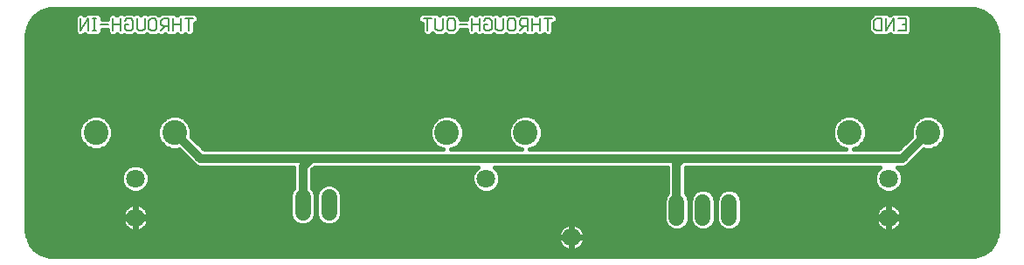
<source format=gbl>
G75*
%MOIN*%
%OFA0B0*%
%FSLAX25Y25*%
%IPPOS*%
%LPD*%
%AMOC8*
5,1,8,0,0,1.08239X$1,22.5*
%
%ADD10C,0.00500*%
%ADD11C,0.06000*%
%ADD12C,0.09449*%
%ADD13C,0.07087*%
%ADD14C,0.01600*%
%ADD15C,0.03200*%
D10*
X0039954Y0123616D02*
X0039954Y0128120D01*
X0042957Y0128120D02*
X0039954Y0123616D01*
X0042957Y0123616D02*
X0042957Y0128120D01*
X0044525Y0128120D02*
X0046026Y0128120D01*
X0045275Y0128120D02*
X0045275Y0123616D01*
X0044525Y0123616D02*
X0046026Y0123616D01*
X0052231Y0123616D02*
X0052231Y0128120D01*
X0052231Y0125868D02*
X0055234Y0125868D01*
X0056835Y0125868D02*
X0058337Y0125868D01*
X0056835Y0125868D02*
X0056835Y0124367D01*
X0057586Y0123616D01*
X0059087Y0123616D01*
X0059838Y0124367D01*
X0059838Y0127369D01*
X0059087Y0128120D01*
X0057586Y0128120D01*
X0056835Y0127369D01*
X0055234Y0128120D02*
X0055234Y0123616D01*
X0050630Y0125868D02*
X0047627Y0125868D01*
X0061439Y0124367D02*
X0062190Y0123616D01*
X0063691Y0123616D01*
X0064442Y0124367D01*
X0064442Y0128120D01*
X0066043Y0127369D02*
X0066794Y0128120D01*
X0068295Y0128120D01*
X0069046Y0127369D01*
X0069046Y0124367D01*
X0068295Y0123616D01*
X0066794Y0123616D01*
X0066043Y0124367D01*
X0066043Y0127369D01*
X0070647Y0127369D02*
X0071398Y0128120D01*
X0073650Y0128120D01*
X0073650Y0123616D01*
X0073650Y0125117D02*
X0071398Y0125117D01*
X0070647Y0125868D01*
X0070647Y0127369D01*
X0072148Y0125117D02*
X0070647Y0123616D01*
X0075251Y0123616D02*
X0075251Y0128120D01*
X0075251Y0125868D02*
X0078254Y0125868D01*
X0078254Y0123616D02*
X0078254Y0128120D01*
X0079855Y0128120D02*
X0082857Y0128120D01*
X0081356Y0128120D02*
X0081356Y0123616D01*
X0061439Y0124367D02*
X0061439Y0128120D01*
X0170743Y0128120D02*
X0173746Y0128120D01*
X0172245Y0128120D02*
X0172245Y0123616D01*
X0175347Y0124367D02*
X0175347Y0128120D01*
X0178350Y0128120D02*
X0178350Y0124367D01*
X0177599Y0123616D01*
X0176098Y0123616D01*
X0175347Y0124367D01*
X0179951Y0124367D02*
X0179951Y0127369D01*
X0180702Y0128120D01*
X0182203Y0128120D01*
X0182954Y0127369D01*
X0182954Y0124367D01*
X0182203Y0123616D01*
X0180702Y0123616D01*
X0179951Y0124367D01*
X0184555Y0125868D02*
X0187558Y0125868D01*
X0189159Y0125868D02*
X0192161Y0125868D01*
X0193763Y0125868D02*
X0193763Y0124367D01*
X0194513Y0123616D01*
X0196015Y0123616D01*
X0196765Y0124367D01*
X0196765Y0127369D01*
X0196015Y0128120D01*
X0194513Y0128120D01*
X0193763Y0127369D01*
X0193763Y0125868D02*
X0195264Y0125868D01*
X0198367Y0124367D02*
X0198367Y0128120D01*
X0201369Y0128120D02*
X0201369Y0124367D01*
X0200619Y0123616D01*
X0199117Y0123616D01*
X0198367Y0124367D01*
X0202971Y0124367D02*
X0203721Y0123616D01*
X0205223Y0123616D01*
X0205973Y0124367D01*
X0205973Y0127369D01*
X0205223Y0128120D01*
X0203721Y0128120D01*
X0202971Y0127369D01*
X0202971Y0124367D01*
X0207575Y0123616D02*
X0209076Y0125117D01*
X0208325Y0125117D02*
X0210577Y0125117D01*
X0210577Y0123616D02*
X0210577Y0128120D01*
X0208325Y0128120D01*
X0207575Y0127369D01*
X0207575Y0125868D01*
X0208325Y0125117D01*
X0212179Y0125868D02*
X0215181Y0125868D01*
X0215181Y0123616D02*
X0215181Y0128120D01*
X0216782Y0128120D02*
X0219785Y0128120D01*
X0218284Y0128120D02*
X0218284Y0123616D01*
X0212179Y0123616D02*
X0212179Y0128120D01*
X0192161Y0128120D02*
X0192161Y0123616D01*
X0189159Y0123616D02*
X0189159Y0128120D01*
X0342702Y0127369D02*
X0342702Y0124367D01*
X0343453Y0123616D01*
X0345705Y0123616D01*
X0345705Y0128120D01*
X0343453Y0128120D01*
X0342702Y0127369D01*
X0347306Y0128120D02*
X0347306Y0123616D01*
X0350309Y0128120D01*
X0350309Y0123616D01*
X0351910Y0123616D02*
X0354913Y0123616D01*
X0354913Y0128120D01*
X0351910Y0128120D01*
X0353411Y0125868D02*
X0354913Y0125868D01*
D11*
X0287391Y0058000D02*
X0287391Y0052000D01*
X0277391Y0052000D02*
X0277391Y0058000D01*
X0267391Y0058000D02*
X0267391Y0052000D01*
X0134753Y0053969D02*
X0134753Y0059969D01*
X0124753Y0059969D02*
X0124753Y0053969D01*
D12*
X0075855Y0084528D03*
X0045855Y0084528D03*
X0179713Y0084528D03*
X0209713Y0084528D03*
X0333257Y0084528D03*
X0363257Y0084528D03*
D13*
X0348257Y0067008D03*
X0348257Y0052047D03*
X0227194Y0044528D03*
X0194713Y0067008D03*
X0060855Y0067008D03*
X0060855Y0052047D03*
D14*
X0027791Y0037223D02*
X0024807Y0038192D01*
X0022269Y0040036D01*
X0020425Y0042574D01*
X0019456Y0045557D01*
X0019332Y0047126D01*
X0019332Y0121929D01*
X0019456Y0123498D01*
X0020425Y0126481D01*
X0022269Y0129019D01*
X0024807Y0130863D01*
X0027791Y0131832D01*
X0029359Y0131956D01*
X0030098Y0131956D01*
X0379753Y0131956D01*
X0381321Y0131832D01*
X0384305Y0130863D01*
X0386843Y0129019D01*
X0388687Y0126481D01*
X0389656Y0123498D01*
X0389780Y0121929D01*
X0389780Y0047126D01*
X0389656Y0045557D01*
X0388687Y0042574D01*
X0386843Y0040036D01*
X0384305Y0038192D01*
X0381321Y0037223D01*
X0379753Y0037099D01*
X0029359Y0037099D01*
X0027791Y0037223D01*
X0024367Y0038512D02*
X0384745Y0038512D01*
X0386897Y0040110D02*
X0229826Y0040110D01*
X0229883Y0040139D02*
X0230536Y0040614D01*
X0231107Y0041185D01*
X0231582Y0041838D01*
X0231948Y0042558D01*
X0232198Y0043326D01*
X0232324Y0044124D01*
X0232324Y0044146D01*
X0227575Y0044146D01*
X0227575Y0039397D01*
X0227597Y0039397D01*
X0228395Y0039523D01*
X0229163Y0039773D01*
X0229883Y0040139D01*
X0231488Y0041709D02*
X0388058Y0041709D01*
X0388925Y0043308D02*
X0232192Y0043308D01*
X0232324Y0044909D02*
X0227575Y0044909D01*
X0226813Y0044909D01*
X0226813Y0049658D01*
X0226790Y0049658D01*
X0225992Y0049532D01*
X0225224Y0049282D01*
X0224505Y0048916D01*
X0223851Y0048441D01*
X0223280Y0047870D01*
X0222806Y0047217D01*
X0222439Y0046497D01*
X0222189Y0045729D01*
X0222063Y0044931D01*
X0222063Y0044909D01*
X0226813Y0044909D01*
X0226813Y0044146D01*
X0227575Y0044146D01*
X0227575Y0044909D01*
X0227575Y0049658D01*
X0227597Y0049658D01*
X0228395Y0049532D01*
X0229163Y0049282D01*
X0229883Y0048916D01*
X0230536Y0048441D01*
X0231107Y0047870D01*
X0231582Y0047217D01*
X0231948Y0046497D01*
X0232198Y0045729D01*
X0232324Y0044931D01*
X0232324Y0044909D01*
X0231945Y0046505D02*
X0389731Y0046505D01*
X0389780Y0048103D02*
X0351557Y0048103D01*
X0351599Y0048134D02*
X0352170Y0048705D01*
X0352645Y0049358D01*
X0353011Y0050078D01*
X0353261Y0050846D01*
X0353387Y0051643D01*
X0353387Y0051666D01*
X0348638Y0051666D01*
X0348638Y0052428D01*
X0353387Y0052428D01*
X0353387Y0052451D01*
X0353261Y0053249D01*
X0353011Y0054017D01*
X0352645Y0054736D01*
X0352170Y0055390D01*
X0351599Y0055961D01*
X0350946Y0056435D01*
X0350226Y0056802D01*
X0349458Y0057052D01*
X0348660Y0057178D01*
X0348638Y0057178D01*
X0348638Y0052428D01*
X0347876Y0052428D01*
X0347876Y0051666D01*
X0348638Y0051666D01*
X0348638Y0046917D01*
X0348660Y0046917D01*
X0349458Y0047043D01*
X0350226Y0047292D01*
X0350946Y0047659D01*
X0351599Y0048134D01*
X0352820Y0049702D02*
X0389780Y0049702D01*
X0389780Y0051300D02*
X0353333Y0051300D01*
X0353317Y0052899D02*
X0389780Y0052899D01*
X0389780Y0054497D02*
X0352767Y0054497D01*
X0351413Y0056096D02*
X0389780Y0056096D01*
X0389780Y0057694D02*
X0292191Y0057694D01*
X0292191Y0058955D02*
X0291460Y0060719D01*
X0290110Y0062069D01*
X0288345Y0062800D01*
X0286436Y0062800D01*
X0284672Y0062069D01*
X0283321Y0060719D01*
X0282591Y0058955D01*
X0282591Y0051045D01*
X0283321Y0049281D01*
X0284672Y0047931D01*
X0286436Y0047200D01*
X0288345Y0047200D01*
X0290110Y0047931D01*
X0291460Y0049281D01*
X0292191Y0051045D01*
X0292191Y0058955D01*
X0292051Y0059293D02*
X0389780Y0059293D01*
X0389780Y0060891D02*
X0291288Y0060891D01*
X0289095Y0062490D02*
X0345218Y0062490D01*
X0345230Y0062478D02*
X0347194Y0061665D01*
X0349320Y0061665D01*
X0351283Y0062478D01*
X0352787Y0063981D01*
X0353600Y0065945D01*
X0353600Y0068071D01*
X0352787Y0070035D01*
X0351536Y0071285D01*
X0354090Y0071285D01*
X0355340Y0071803D01*
X0356297Y0072759D01*
X0361663Y0078126D01*
X0361959Y0078003D01*
X0364554Y0078003D01*
X0366952Y0078996D01*
X0368788Y0080832D01*
X0369781Y0083230D01*
X0369781Y0085825D01*
X0368788Y0088223D01*
X0366952Y0090059D01*
X0364554Y0091052D01*
X0361959Y0091052D01*
X0359561Y0090059D01*
X0357726Y0088223D01*
X0356732Y0085825D01*
X0356732Y0083230D01*
X0356855Y0082934D01*
X0352006Y0078085D01*
X0334752Y0078085D01*
X0336952Y0078996D01*
X0338788Y0080832D01*
X0339781Y0083230D01*
X0339781Y0085825D01*
X0338788Y0088223D01*
X0336952Y0090059D01*
X0334554Y0091052D01*
X0331959Y0091052D01*
X0329561Y0090059D01*
X0327726Y0088223D01*
X0326732Y0085825D01*
X0326732Y0083230D01*
X0327726Y0080832D01*
X0329561Y0078996D01*
X0331761Y0078085D01*
X0211209Y0078085D01*
X0213409Y0078996D01*
X0215245Y0080832D01*
X0216238Y0083230D01*
X0216238Y0085825D01*
X0215245Y0088223D01*
X0213409Y0090059D01*
X0211011Y0091052D01*
X0208416Y0091052D01*
X0206018Y0090059D01*
X0204182Y0088223D01*
X0203189Y0085825D01*
X0203189Y0083230D01*
X0204182Y0080832D01*
X0206018Y0078996D01*
X0208218Y0078085D01*
X0181209Y0078085D01*
X0183409Y0078996D01*
X0185245Y0080832D01*
X0186238Y0083230D01*
X0186238Y0085825D01*
X0185245Y0088223D01*
X0183409Y0090059D01*
X0181011Y0091052D01*
X0178416Y0091052D01*
X0176018Y0090059D01*
X0174182Y0088223D01*
X0173189Y0085825D01*
X0173189Y0083230D01*
X0174182Y0080832D01*
X0176018Y0078996D01*
X0178218Y0078085D01*
X0087106Y0078085D01*
X0082257Y0082934D01*
X0082380Y0083230D01*
X0082380Y0085825D01*
X0081386Y0088223D01*
X0079551Y0090059D01*
X0077153Y0091052D01*
X0074557Y0091052D01*
X0072159Y0090059D01*
X0070324Y0088223D01*
X0069331Y0085825D01*
X0069331Y0083230D01*
X0070324Y0080832D01*
X0072159Y0078996D01*
X0074557Y0078003D01*
X0077153Y0078003D01*
X0077449Y0078126D01*
X0082815Y0072759D01*
X0083772Y0071803D01*
X0085021Y0071285D01*
X0121353Y0071285D01*
X0121353Y0063357D01*
X0120684Y0062687D01*
X0119953Y0060923D01*
X0119953Y0053014D01*
X0120684Y0051250D01*
X0122034Y0049899D01*
X0123798Y0049169D01*
X0125708Y0049169D01*
X0127472Y0049899D01*
X0128822Y0051250D01*
X0129553Y0053014D01*
X0129553Y0060923D01*
X0128822Y0062687D01*
X0128153Y0063357D01*
X0128153Y0070245D01*
X0129193Y0071285D01*
X0191434Y0071285D01*
X0190184Y0070035D01*
X0189370Y0068071D01*
X0189370Y0065945D01*
X0190184Y0063981D01*
X0191687Y0062478D01*
X0193651Y0061665D01*
X0195776Y0061665D01*
X0197740Y0062478D01*
X0199243Y0063981D01*
X0200057Y0065945D01*
X0200057Y0068071D01*
X0199243Y0070035D01*
X0197993Y0071285D01*
X0263991Y0071285D01*
X0263991Y0061388D01*
X0263321Y0060719D01*
X0262591Y0058955D01*
X0262591Y0051045D01*
X0263321Y0049281D01*
X0264672Y0047931D01*
X0266436Y0047200D01*
X0268345Y0047200D01*
X0270110Y0047931D01*
X0271460Y0049281D01*
X0272191Y0051045D01*
X0272191Y0058955D01*
X0271460Y0060719D01*
X0270791Y0061388D01*
X0270791Y0071151D01*
X0270925Y0071285D01*
X0344977Y0071285D01*
X0343727Y0070035D01*
X0342913Y0068071D01*
X0342913Y0065945D01*
X0343727Y0063981D01*
X0345230Y0062478D01*
X0343683Y0064088D02*
X0270791Y0064088D01*
X0270791Y0062490D02*
X0275687Y0062490D01*
X0276436Y0062800D02*
X0274672Y0062069D01*
X0273321Y0060719D01*
X0272591Y0058955D01*
X0272591Y0051045D01*
X0273321Y0049281D01*
X0274672Y0047931D01*
X0276436Y0047200D01*
X0278345Y0047200D01*
X0280110Y0047931D01*
X0281460Y0049281D01*
X0282191Y0051045D01*
X0282191Y0058955D01*
X0281460Y0060719D01*
X0280110Y0062069D01*
X0278345Y0062800D01*
X0276436Y0062800D01*
X0279095Y0062490D02*
X0285687Y0062490D01*
X0283493Y0060891D02*
X0281288Y0060891D01*
X0282051Y0059293D02*
X0282730Y0059293D01*
X0282591Y0057694D02*
X0282191Y0057694D01*
X0282191Y0056096D02*
X0282591Y0056096D01*
X0282591Y0054497D02*
X0282191Y0054497D01*
X0282191Y0052899D02*
X0282591Y0052899D01*
X0282591Y0051300D02*
X0282191Y0051300D01*
X0281634Y0049702D02*
X0283147Y0049702D01*
X0284499Y0048103D02*
X0280282Y0048103D01*
X0274499Y0048103D02*
X0270282Y0048103D01*
X0271634Y0049702D02*
X0273147Y0049702D01*
X0272591Y0051300D02*
X0272191Y0051300D01*
X0272191Y0052899D02*
X0272591Y0052899D01*
X0272591Y0054497D02*
X0272191Y0054497D01*
X0272191Y0056096D02*
X0272591Y0056096D01*
X0272591Y0057694D02*
X0272191Y0057694D01*
X0272051Y0059293D02*
X0272730Y0059293D01*
X0273493Y0060891D02*
X0271288Y0060891D01*
X0263991Y0062490D02*
X0197752Y0062490D01*
X0199288Y0064088D02*
X0263991Y0064088D01*
X0263991Y0065687D02*
X0199950Y0065687D01*
X0200057Y0067285D02*
X0263991Y0067285D01*
X0263991Y0068884D02*
X0199720Y0068884D01*
X0198796Y0070482D02*
X0263991Y0070482D01*
X0270791Y0070482D02*
X0344174Y0070482D01*
X0343250Y0068884D02*
X0270791Y0068884D01*
X0270791Y0067285D02*
X0342913Y0067285D01*
X0343020Y0065687D02*
X0270791Y0065687D01*
X0263493Y0060891D02*
X0139553Y0060891D01*
X0139553Y0060923D02*
X0138822Y0062687D01*
X0137472Y0064038D01*
X0135708Y0064768D01*
X0133798Y0064768D01*
X0132034Y0064038D01*
X0130684Y0062687D01*
X0129953Y0060923D01*
X0129953Y0053014D01*
X0130684Y0051250D01*
X0132034Y0049899D01*
X0133798Y0049169D01*
X0135708Y0049169D01*
X0137472Y0049899D01*
X0138822Y0051250D01*
X0139553Y0053014D01*
X0139553Y0060923D01*
X0139553Y0059293D02*
X0262730Y0059293D01*
X0262591Y0057694D02*
X0139553Y0057694D01*
X0139553Y0056096D02*
X0262591Y0056096D01*
X0262591Y0054497D02*
X0139553Y0054497D01*
X0139505Y0052899D02*
X0262591Y0052899D01*
X0262591Y0051300D02*
X0138843Y0051300D01*
X0136994Y0049702D02*
X0263147Y0049702D01*
X0264499Y0048103D02*
X0230874Y0048103D01*
X0227575Y0048103D02*
X0226813Y0048103D01*
X0226813Y0046505D02*
X0227575Y0046505D01*
X0227575Y0044906D02*
X0389444Y0044906D01*
X0389780Y0062490D02*
X0351295Y0062490D01*
X0352831Y0064088D02*
X0389780Y0064088D01*
X0389780Y0065687D02*
X0353493Y0065687D01*
X0353600Y0067285D02*
X0389780Y0067285D01*
X0389780Y0068884D02*
X0353263Y0068884D01*
X0352339Y0070482D02*
X0389780Y0070482D01*
X0389780Y0072081D02*
X0355618Y0072081D01*
X0357217Y0073679D02*
X0389780Y0073679D01*
X0389780Y0075278D02*
X0358815Y0075278D01*
X0360414Y0076876D02*
X0389780Y0076876D01*
X0389780Y0078475D02*
X0365693Y0078475D01*
X0368029Y0080073D02*
X0389780Y0080073D01*
X0389780Y0081672D02*
X0369136Y0081672D01*
X0369781Y0083270D02*
X0389780Y0083270D01*
X0389780Y0084869D02*
X0369781Y0084869D01*
X0369515Y0086467D02*
X0389780Y0086467D01*
X0389780Y0088066D02*
X0368853Y0088066D01*
X0367347Y0089664D02*
X0389780Y0089664D01*
X0389780Y0091263D02*
X0019332Y0091263D01*
X0019332Y0092861D02*
X0389780Y0092861D01*
X0389780Y0094460D02*
X0019332Y0094460D01*
X0019332Y0096058D02*
X0389780Y0096058D01*
X0389780Y0097657D02*
X0019332Y0097657D01*
X0019332Y0099255D02*
X0389780Y0099255D01*
X0389780Y0100854D02*
X0019332Y0100854D01*
X0019332Y0102452D02*
X0389780Y0102452D01*
X0389780Y0104051D02*
X0019332Y0104051D01*
X0019332Y0105649D02*
X0389780Y0105649D01*
X0389780Y0107248D02*
X0019332Y0107248D01*
X0019332Y0108846D02*
X0389780Y0108846D01*
X0389780Y0110445D02*
X0019332Y0110445D01*
X0019332Y0112044D02*
X0389780Y0112044D01*
X0389780Y0113642D02*
X0019332Y0113642D01*
X0019332Y0115241D02*
X0389780Y0115241D01*
X0389780Y0116839D02*
X0019332Y0116839D01*
X0019332Y0118438D02*
X0389780Y0118438D01*
X0389780Y0120036D02*
X0019332Y0120036D01*
X0019332Y0121635D02*
X0039037Y0121635D01*
X0039105Y0121566D02*
X0039334Y0121566D01*
X0039524Y0121439D01*
X0040157Y0121566D01*
X0040803Y0121566D01*
X0040965Y0121728D01*
X0041189Y0121772D01*
X0041474Y0122200D01*
X0042108Y0121566D01*
X0046875Y0121566D01*
X0048076Y0122767D01*
X0048076Y0123818D01*
X0050181Y0123818D01*
X0050181Y0122767D01*
X0051382Y0121566D01*
X0053080Y0121566D01*
X0053733Y0122218D01*
X0054385Y0121566D01*
X0056083Y0121566D01*
X0056410Y0121893D01*
X0056737Y0121566D01*
X0059936Y0121566D01*
X0060639Y0122268D01*
X0061341Y0121566D01*
X0064540Y0121566D01*
X0065242Y0122268D01*
X0065945Y0121566D01*
X0069144Y0121566D01*
X0069471Y0121893D01*
X0069798Y0121566D01*
X0071496Y0121566D01*
X0072148Y0122218D01*
X0072800Y0121566D01*
X0076100Y0121566D01*
X0076752Y0122218D01*
X0077404Y0121566D01*
X0079103Y0121566D01*
X0079805Y0122268D01*
X0080507Y0121566D01*
X0082205Y0121566D01*
X0083406Y0122767D01*
X0083406Y0126070D01*
X0083707Y0126070D01*
X0084907Y0127271D01*
X0084907Y0128969D01*
X0083707Y0130170D01*
X0077404Y0130170D01*
X0076752Y0129518D01*
X0076100Y0130170D01*
X0070549Y0130170D01*
X0069846Y0129468D01*
X0069144Y0130170D01*
X0065945Y0130170D01*
X0065618Y0129843D01*
X0065291Y0130170D01*
X0063593Y0130170D01*
X0062940Y0129518D01*
X0062288Y0130170D01*
X0060590Y0130170D01*
X0060263Y0129843D01*
X0059936Y0130170D01*
X0056737Y0130170D01*
X0056410Y0129843D01*
X0056083Y0130170D01*
X0054385Y0130170D01*
X0053733Y0129518D01*
X0053080Y0130170D01*
X0051382Y0130170D01*
X0050181Y0128969D01*
X0050181Y0127918D01*
X0048076Y0127918D01*
X0048076Y0128969D01*
X0046875Y0130170D01*
X0043577Y0130170D01*
X0043387Y0130297D01*
X0042754Y0130170D01*
X0042108Y0130170D01*
X0041946Y0130008D01*
X0041722Y0129964D01*
X0041437Y0129536D01*
X0040803Y0130170D01*
X0039105Y0130170D01*
X0037904Y0128969D01*
X0037904Y0124237D01*
X0037778Y0124047D01*
X0037904Y0123413D01*
X0037904Y0122767D01*
X0038066Y0122605D01*
X0038111Y0122381D01*
X0038648Y0122023D01*
X0039105Y0121566D01*
X0040872Y0121635D02*
X0042039Y0121635D01*
X0037904Y0123233D02*
X0019435Y0123233D01*
X0019889Y0124832D02*
X0037904Y0124832D01*
X0037904Y0126430D02*
X0020409Y0126430D01*
X0021549Y0128029D02*
X0037904Y0128029D01*
X0038562Y0129627D02*
X0023106Y0129627D01*
X0025923Y0131226D02*
X0383189Y0131226D01*
X0386006Y0129627D02*
X0356305Y0129627D01*
X0355762Y0130170D02*
X0356963Y0128969D01*
X0356963Y0122767D01*
X0355762Y0121566D01*
X0349460Y0121566D01*
X0348826Y0122200D01*
X0348541Y0121772D01*
X0348317Y0121728D01*
X0348155Y0121566D01*
X0347509Y0121566D01*
X0346875Y0121439D01*
X0346685Y0121566D01*
X0342604Y0121566D01*
X0341853Y0122317D01*
X0340652Y0123518D01*
X0340652Y0128218D01*
X0341403Y0128969D01*
X0342604Y0130170D01*
X0348155Y0130170D01*
X0348789Y0129536D01*
X0349074Y0129964D01*
X0349298Y0130008D01*
X0349460Y0130170D01*
X0350106Y0130170D01*
X0350739Y0130297D01*
X0350929Y0130170D01*
X0355762Y0130170D01*
X0356963Y0128029D02*
X0387562Y0128029D01*
X0388703Y0126430D02*
X0356963Y0126430D01*
X0356963Y0124832D02*
X0389223Y0124832D01*
X0389677Y0123233D02*
X0356963Y0123233D01*
X0355830Y0121635D02*
X0389780Y0121635D01*
X0349391Y0121635D02*
X0348224Y0121635D01*
X0342535Y0121635D02*
X0219201Y0121635D01*
X0219133Y0121566D02*
X0220334Y0122767D01*
X0220334Y0126070D01*
X0220634Y0126070D01*
X0221835Y0127271D01*
X0221835Y0128969D01*
X0220634Y0130170D01*
X0214332Y0130170D01*
X0213680Y0129518D01*
X0213028Y0130170D01*
X0207476Y0130170D01*
X0206774Y0129468D01*
X0206072Y0130170D01*
X0202872Y0130170D01*
X0202545Y0129843D01*
X0202218Y0130170D01*
X0200520Y0130170D01*
X0199868Y0129518D01*
X0199216Y0130170D01*
X0197518Y0130170D01*
X0197191Y0129843D01*
X0196864Y0130170D01*
X0193664Y0130170D01*
X0193337Y0129843D01*
X0193011Y0130170D01*
X0191312Y0130170D01*
X0190660Y0129518D01*
X0190008Y0130170D01*
X0188310Y0130170D01*
X0187109Y0128969D01*
X0187109Y0127918D01*
X0185004Y0127918D01*
X0185004Y0128218D01*
X0183803Y0129419D01*
X0183052Y0130170D01*
X0179853Y0130170D01*
X0179526Y0129843D01*
X0179199Y0130170D01*
X0177501Y0130170D01*
X0176848Y0129518D01*
X0176196Y0130170D01*
X0169894Y0130170D01*
X0168693Y0128969D01*
X0168693Y0127271D01*
X0169894Y0126070D01*
X0170195Y0126070D01*
X0170195Y0122767D01*
X0171395Y0121566D01*
X0173094Y0121566D01*
X0174171Y0122644D01*
X0174498Y0122317D01*
X0175249Y0121566D01*
X0178448Y0121566D01*
X0179150Y0122268D01*
X0179853Y0121566D01*
X0183052Y0121566D01*
X0184253Y0122767D01*
X0185004Y0123518D01*
X0185004Y0123818D01*
X0187109Y0123818D01*
X0187109Y0122767D01*
X0188310Y0121566D01*
X0190008Y0121566D01*
X0190660Y0122218D01*
X0191312Y0121566D01*
X0193011Y0121566D01*
X0193337Y0121893D01*
X0193664Y0121566D01*
X0196864Y0121566D01*
X0197566Y0122268D01*
X0198268Y0121566D01*
X0201468Y0121566D01*
X0202170Y0122268D01*
X0202872Y0121566D01*
X0206072Y0121566D01*
X0206399Y0121893D01*
X0206725Y0121566D01*
X0208424Y0121566D01*
X0209076Y0122218D01*
X0209728Y0121566D01*
X0213028Y0121566D01*
X0213680Y0122218D01*
X0214332Y0121566D01*
X0216030Y0121566D01*
X0216732Y0122268D01*
X0217435Y0121566D01*
X0219133Y0121566D01*
X0217366Y0121635D02*
X0216099Y0121635D01*
X0214264Y0121635D02*
X0213096Y0121635D01*
X0209660Y0121635D02*
X0208492Y0121635D01*
X0206657Y0121635D02*
X0206140Y0121635D01*
X0202804Y0121635D02*
X0201536Y0121635D01*
X0198200Y0121635D02*
X0196932Y0121635D01*
X0193596Y0121635D02*
X0193079Y0121635D01*
X0191244Y0121635D02*
X0190076Y0121635D01*
X0188241Y0121635D02*
X0183121Y0121635D01*
X0184719Y0123233D02*
X0187109Y0123233D01*
X0179784Y0121635D02*
X0178517Y0121635D01*
X0175180Y0121635D02*
X0173162Y0121635D01*
X0171327Y0121635D02*
X0082274Y0121635D01*
X0080439Y0121635D02*
X0079171Y0121635D01*
X0077336Y0121635D02*
X0076169Y0121635D01*
X0072732Y0121635D02*
X0071565Y0121635D01*
X0069729Y0121635D02*
X0069213Y0121635D01*
X0065876Y0121635D02*
X0064609Y0121635D01*
X0061272Y0121635D02*
X0060005Y0121635D01*
X0056668Y0121635D02*
X0056151Y0121635D01*
X0054316Y0121635D02*
X0053149Y0121635D01*
X0051314Y0121635D02*
X0046944Y0121635D01*
X0048076Y0123233D02*
X0050181Y0123233D01*
X0050181Y0128029D02*
X0048076Y0128029D01*
X0047418Y0129627D02*
X0050839Y0129627D01*
X0053623Y0129627D02*
X0053842Y0129627D01*
X0062831Y0129627D02*
X0063050Y0129627D01*
X0069687Y0129627D02*
X0070006Y0129627D01*
X0076643Y0129627D02*
X0076862Y0129627D01*
X0084249Y0129627D02*
X0169351Y0129627D01*
X0168693Y0128029D02*
X0084907Y0128029D01*
X0084067Y0126430D02*
X0169534Y0126430D01*
X0170195Y0124832D02*
X0083406Y0124832D01*
X0083406Y0123233D02*
X0170195Y0123233D01*
X0176739Y0129627D02*
X0176958Y0129627D01*
X0183595Y0129627D02*
X0187767Y0129627D01*
X0187109Y0128029D02*
X0185004Y0128029D01*
X0190551Y0129627D02*
X0190770Y0129627D01*
X0199759Y0129627D02*
X0199977Y0129627D01*
X0206615Y0129627D02*
X0206933Y0129627D01*
X0213571Y0129627D02*
X0213789Y0129627D01*
X0221177Y0129627D02*
X0342061Y0129627D01*
X0340652Y0128029D02*
X0221835Y0128029D01*
X0220994Y0126430D02*
X0340652Y0126430D01*
X0340652Y0124832D02*
X0220334Y0124832D01*
X0220334Y0123233D02*
X0340937Y0123233D01*
X0348698Y0129627D02*
X0348850Y0129627D01*
X0359167Y0089664D02*
X0337347Y0089664D01*
X0338853Y0088066D02*
X0357660Y0088066D01*
X0356998Y0086467D02*
X0339515Y0086467D01*
X0339781Y0084869D02*
X0356732Y0084869D01*
X0356732Y0083270D02*
X0339781Y0083270D01*
X0339136Y0081672D02*
X0355593Y0081672D01*
X0353994Y0080073D02*
X0338029Y0080073D01*
X0335693Y0078475D02*
X0352396Y0078475D01*
X0330820Y0078475D02*
X0212150Y0078475D01*
X0214486Y0080073D02*
X0328484Y0080073D01*
X0327378Y0081672D02*
X0215592Y0081672D01*
X0216238Y0083270D02*
X0326732Y0083270D01*
X0326732Y0084869D02*
X0216238Y0084869D01*
X0215972Y0086467D02*
X0326998Y0086467D01*
X0327660Y0088066D02*
X0215310Y0088066D01*
X0213803Y0089664D02*
X0329167Y0089664D01*
X0346287Y0056802D02*
X0345568Y0056435D01*
X0344914Y0055961D01*
X0344343Y0055390D01*
X0343869Y0054736D01*
X0343502Y0054017D01*
X0343252Y0053249D01*
X0343126Y0052451D01*
X0343126Y0052428D01*
X0347876Y0052428D01*
X0347876Y0057178D01*
X0347853Y0057178D01*
X0347055Y0057052D01*
X0346287Y0056802D01*
X0345100Y0056096D02*
X0292191Y0056096D01*
X0292191Y0054497D02*
X0343747Y0054497D01*
X0343197Y0052899D02*
X0292191Y0052899D01*
X0292191Y0051300D02*
X0343180Y0051300D01*
X0343126Y0051643D02*
X0343252Y0050846D01*
X0343502Y0050078D01*
X0343869Y0049358D01*
X0344343Y0048705D01*
X0344914Y0048134D01*
X0345568Y0047659D01*
X0346287Y0047292D01*
X0347055Y0047043D01*
X0347853Y0046917D01*
X0347876Y0046917D01*
X0347876Y0051666D01*
X0343126Y0051666D01*
X0343126Y0051643D01*
X0343694Y0049702D02*
X0291634Y0049702D01*
X0290282Y0048103D02*
X0344957Y0048103D01*
X0347876Y0048103D02*
X0348638Y0048103D01*
X0348638Y0049702D02*
X0347876Y0049702D01*
X0347876Y0051300D02*
X0348638Y0051300D01*
X0348638Y0052899D02*
X0347876Y0052899D01*
X0347876Y0054497D02*
X0348638Y0054497D01*
X0348638Y0056096D02*
X0347876Y0056096D01*
X0227575Y0043308D02*
X0226813Y0043308D01*
X0226813Y0044146D02*
X0226813Y0039397D01*
X0226790Y0039397D01*
X0225992Y0039523D01*
X0225224Y0039773D01*
X0224505Y0040139D01*
X0223851Y0040614D01*
X0223280Y0041185D01*
X0222806Y0041838D01*
X0222439Y0042558D01*
X0222189Y0043326D01*
X0222063Y0044124D01*
X0222063Y0044146D01*
X0226813Y0044146D01*
X0226813Y0044906D02*
X0019667Y0044906D01*
X0019381Y0046505D02*
X0222443Y0046505D01*
X0223513Y0048103D02*
X0064155Y0048103D01*
X0064198Y0048134D02*
X0064769Y0048705D01*
X0065243Y0049358D01*
X0065610Y0050078D01*
X0065859Y0050846D01*
X0065986Y0051643D01*
X0065986Y0051666D01*
X0061236Y0051666D01*
X0061236Y0046917D01*
X0061259Y0046917D01*
X0062057Y0047043D01*
X0062825Y0047292D01*
X0063544Y0047659D01*
X0064198Y0048134D01*
X0065418Y0049702D02*
X0122511Y0049702D01*
X0120663Y0051300D02*
X0065931Y0051300D01*
X0065986Y0052428D02*
X0065986Y0052451D01*
X0065859Y0053249D01*
X0065610Y0054017D01*
X0065243Y0054736D01*
X0064769Y0055390D01*
X0064198Y0055961D01*
X0063544Y0056435D01*
X0062825Y0056802D01*
X0062057Y0057052D01*
X0061259Y0057178D01*
X0061236Y0057178D01*
X0061236Y0052428D01*
X0065986Y0052428D01*
X0065915Y0052899D02*
X0120000Y0052899D01*
X0119953Y0054497D02*
X0065365Y0054497D01*
X0064012Y0056096D02*
X0119953Y0056096D01*
X0119953Y0057694D02*
X0019332Y0057694D01*
X0019332Y0056096D02*
X0057698Y0056096D01*
X0057513Y0055961D02*
X0058166Y0056435D01*
X0058886Y0056802D01*
X0059654Y0057052D01*
X0060451Y0057178D01*
X0060474Y0057178D01*
X0060474Y0052428D01*
X0060474Y0051666D01*
X0061236Y0051666D01*
X0061236Y0052428D01*
X0060474Y0052428D01*
X0055724Y0052428D01*
X0055724Y0052451D01*
X0055851Y0053249D01*
X0056100Y0054017D01*
X0056467Y0054736D01*
X0056942Y0055390D01*
X0057513Y0055961D01*
X0056345Y0054497D02*
X0019332Y0054497D01*
X0019332Y0052899D02*
X0055795Y0052899D01*
X0055724Y0051666D02*
X0055724Y0051643D01*
X0055851Y0050846D01*
X0056100Y0050078D01*
X0056467Y0049358D01*
X0056942Y0048705D01*
X0057513Y0048134D01*
X0058166Y0047659D01*
X0058886Y0047292D01*
X0059654Y0047043D01*
X0060451Y0046917D01*
X0060474Y0046917D01*
X0060474Y0051666D01*
X0055724Y0051666D01*
X0055779Y0051300D02*
X0019332Y0051300D01*
X0019332Y0049702D02*
X0056292Y0049702D01*
X0057555Y0048103D02*
X0019332Y0048103D01*
X0020187Y0043308D02*
X0222195Y0043308D01*
X0222900Y0041709D02*
X0021054Y0041709D01*
X0022215Y0040110D02*
X0224561Y0040110D01*
X0226813Y0040110D02*
X0227575Y0040110D01*
X0227575Y0041709D02*
X0226813Y0041709D01*
X0191675Y0062490D02*
X0138904Y0062490D01*
X0137350Y0064088D02*
X0190139Y0064088D01*
X0189477Y0065687D02*
X0128153Y0065687D01*
X0128153Y0067285D02*
X0189370Y0067285D01*
X0189707Y0068884D02*
X0128153Y0068884D01*
X0128390Y0070482D02*
X0190631Y0070482D01*
X0182150Y0078475D02*
X0207277Y0078475D01*
X0204941Y0080073D02*
X0184486Y0080073D01*
X0185592Y0081672D02*
X0203834Y0081672D01*
X0203189Y0083270D02*
X0186238Y0083270D01*
X0186238Y0084869D02*
X0203189Y0084869D01*
X0203455Y0086467D02*
X0185972Y0086467D01*
X0185310Y0088066D02*
X0204117Y0088066D01*
X0205623Y0089664D02*
X0183803Y0089664D01*
X0175623Y0089664D02*
X0079945Y0089664D01*
X0081451Y0088066D02*
X0174117Y0088066D01*
X0173455Y0086467D02*
X0082114Y0086467D01*
X0082380Y0084869D02*
X0173189Y0084869D01*
X0173189Y0083270D02*
X0082380Y0083270D01*
X0083519Y0081672D02*
X0173834Y0081672D01*
X0174941Y0080073D02*
X0085118Y0080073D01*
X0086716Y0078475D02*
X0177277Y0078475D01*
X0132156Y0064088D02*
X0128153Y0064088D01*
X0128904Y0062490D02*
X0130602Y0062490D01*
X0129953Y0060891D02*
X0129553Y0060891D01*
X0129553Y0059293D02*
X0129953Y0059293D01*
X0129953Y0057694D02*
X0129553Y0057694D01*
X0129553Y0056096D02*
X0129953Y0056096D01*
X0129953Y0054497D02*
X0129553Y0054497D01*
X0129505Y0052899D02*
X0130000Y0052899D01*
X0130663Y0051300D02*
X0128843Y0051300D01*
X0126994Y0049702D02*
X0132511Y0049702D01*
X0119953Y0059293D02*
X0019332Y0059293D01*
X0019332Y0060891D02*
X0119953Y0060891D01*
X0120602Y0062490D02*
X0063893Y0062490D01*
X0063882Y0062478D02*
X0065385Y0063981D01*
X0066198Y0065945D01*
X0066198Y0068071D01*
X0065385Y0070035D01*
X0063882Y0071538D01*
X0061918Y0072351D01*
X0059792Y0072351D01*
X0057828Y0071538D01*
X0056325Y0070035D01*
X0055512Y0068071D01*
X0055512Y0065945D01*
X0056325Y0063981D01*
X0057828Y0062478D01*
X0059792Y0061665D01*
X0061918Y0061665D01*
X0063882Y0062478D01*
X0065429Y0064088D02*
X0121353Y0064088D01*
X0121353Y0065687D02*
X0066091Y0065687D01*
X0066198Y0067285D02*
X0121353Y0067285D01*
X0121353Y0068884D02*
X0065862Y0068884D01*
X0064937Y0070482D02*
X0121353Y0070482D01*
X0083494Y0072081D02*
X0062571Y0072081D01*
X0059139Y0072081D02*
X0019332Y0072081D01*
X0019332Y0073679D02*
X0081895Y0073679D01*
X0080297Y0075278D02*
X0019332Y0075278D01*
X0019332Y0076876D02*
X0078698Y0076876D01*
X0073419Y0078475D02*
X0048291Y0078475D01*
X0047153Y0078003D02*
X0044557Y0078003D01*
X0042159Y0078996D01*
X0040324Y0080832D01*
X0039331Y0083230D01*
X0039331Y0085825D01*
X0040324Y0088223D01*
X0042159Y0090059D01*
X0044557Y0091052D01*
X0047153Y0091052D01*
X0049551Y0090059D01*
X0051386Y0088223D01*
X0052380Y0085825D01*
X0052380Y0083230D01*
X0051386Y0080832D01*
X0049551Y0078996D01*
X0047153Y0078003D01*
X0043419Y0078475D02*
X0019332Y0078475D01*
X0019332Y0080073D02*
X0041082Y0080073D01*
X0039976Y0081672D02*
X0019332Y0081672D01*
X0019332Y0083270D02*
X0039331Y0083270D01*
X0039331Y0084869D02*
X0019332Y0084869D01*
X0019332Y0086467D02*
X0039597Y0086467D01*
X0040259Y0088066D02*
X0019332Y0088066D01*
X0019332Y0089664D02*
X0041765Y0089664D01*
X0049945Y0089664D02*
X0071765Y0089664D01*
X0070259Y0088066D02*
X0051451Y0088066D01*
X0052114Y0086467D02*
X0069597Y0086467D01*
X0069331Y0084869D02*
X0052380Y0084869D01*
X0052380Y0083270D02*
X0069331Y0083270D01*
X0069976Y0081672D02*
X0051734Y0081672D01*
X0050628Y0080073D02*
X0071082Y0080073D01*
X0056773Y0070482D02*
X0019332Y0070482D01*
X0019332Y0068884D02*
X0055849Y0068884D01*
X0055512Y0067285D02*
X0019332Y0067285D01*
X0019332Y0065687D02*
X0055619Y0065687D01*
X0056281Y0064088D02*
X0019332Y0064088D01*
X0019332Y0062490D02*
X0057817Y0062490D01*
X0060474Y0056096D02*
X0061236Y0056096D01*
X0061236Y0054497D02*
X0060474Y0054497D01*
X0060474Y0052899D02*
X0061236Y0052899D01*
X0061236Y0051300D02*
X0060474Y0051300D01*
X0060474Y0049702D02*
X0061236Y0049702D01*
X0061236Y0048103D02*
X0060474Y0048103D01*
X0041498Y0129627D02*
X0041346Y0129627D01*
D15*
X0075855Y0084528D02*
X0085698Y0074685D01*
X0127784Y0074685D01*
X0124753Y0071654D01*
X0124753Y0056969D01*
X0127784Y0074685D02*
X0269517Y0074685D01*
X0267391Y0072559D01*
X0267391Y0055000D01*
X0269517Y0074685D02*
X0353414Y0074685D01*
X0363257Y0084528D01*
M02*

</source>
